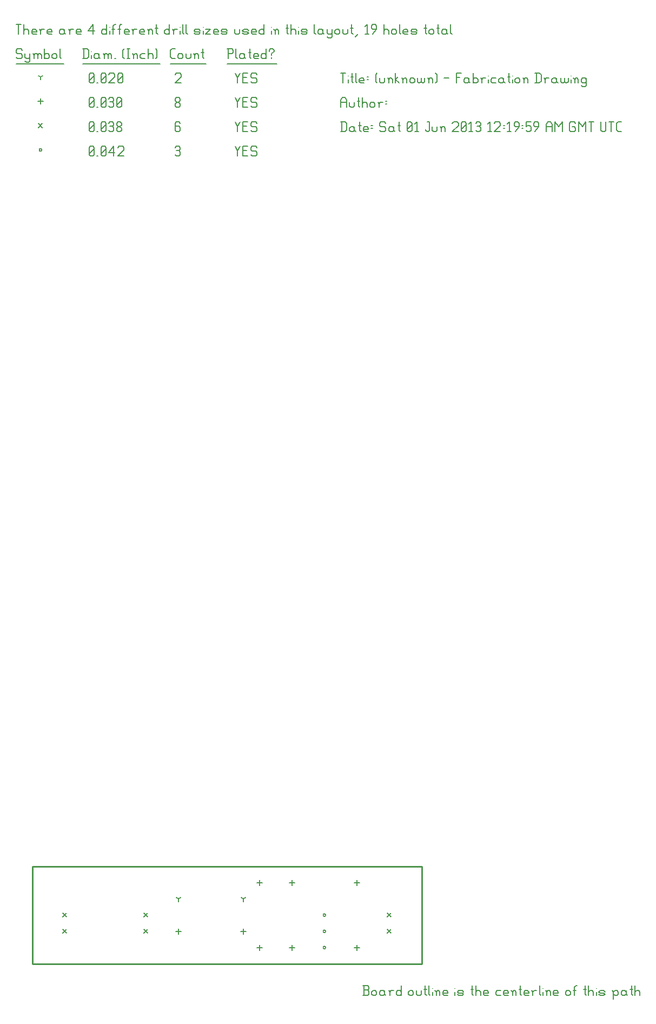
<source format=gbr>
G04 start of page 12 for group -3984 idx -3984 *
G04 Title: (unknown), fab *
G04 Creator: pcb 20110918 *
G04 CreationDate: Sat 01 Jun 2013 12:19:59 AM GMT UTC *
G04 For: commonadmin *
G04 Format: Gerber/RS-274X *
G04 PCB-Dimensions: 600000 500000 *
G04 PCB-Coordinate-Origin: lower left *
%MOIN*%
%FSLAX25Y25*%
%LNFAB*%
%ADD49C,0.0100*%
%ADD48C,0.0075*%
%ADD47C,0.0060*%
%ADD46C,0.0080*%
G54D46*X189200Y20000D02*G75*G03X190800Y20000I800J0D01*G01*
G75*G03X189200Y20000I-800J0D01*G01*
Y30000D02*G75*G03X190800Y30000I800J0D01*G01*
G75*G03X189200Y30000I-800J0D01*G01*
Y40000D02*G75*G03X190800Y40000I800J0D01*G01*
G75*G03X189200Y40000I-800J0D01*G01*
X14200Y511250D02*G75*G03X15800Y511250I800J0D01*G01*
G75*G03X14200Y511250I-800J0D01*G01*
G54D47*X135000Y513500D02*X136500Y510500D01*
X138000Y513500D01*
X136500Y510500D02*Y507500D01*
X139800Y510800D02*X142050D01*
X139800Y507500D02*X142800D01*
X139800Y513500D02*Y507500D01*
Y513500D02*X142800D01*
X147600D02*X148350Y512750D01*
X145350Y513500D02*X147600D01*
X144600Y512750D02*X145350Y513500D01*
X144600Y512750D02*Y511250D01*
X145350Y510500D01*
X147600D01*
X148350Y509750D01*
Y508250D01*
X147600Y507500D02*X148350Y508250D01*
X145350Y507500D02*X147600D01*
X144600Y508250D02*X145350Y507500D01*
X98000Y512750D02*X98750Y513500D01*
X100250D01*
X101000Y512750D01*
X100250Y507500D02*X101000Y508250D01*
X98750Y507500D02*X100250D01*
X98000Y508250D02*X98750Y507500D01*
Y510800D02*X100250D01*
X101000Y512750D02*Y511550D01*
Y510050D02*Y508250D01*
Y510050D02*X100250Y510800D01*
X101000Y511550D02*X100250Y510800D01*
X45000Y508250D02*X45750Y507500D01*
X45000Y512750D02*Y508250D01*
Y512750D02*X45750Y513500D01*
X47250D01*
X48000Y512750D01*
Y508250D01*
X47250Y507500D02*X48000Y508250D01*
X45750Y507500D02*X47250D01*
X45000Y509000D02*X48000Y512000D01*
X49800Y507500D02*X50550D01*
X52350Y508250D02*X53100Y507500D01*
X52350Y512750D02*Y508250D01*
Y512750D02*X53100Y513500D01*
X54600D01*
X55350Y512750D01*
Y508250D01*
X54600Y507500D02*X55350Y508250D01*
X53100Y507500D02*X54600D01*
X52350Y509000D02*X55350Y512000D01*
X57150Y509750D02*X60150Y513500D01*
X57150Y509750D02*X60900D01*
X60150Y513500D02*Y507500D01*
X62700Y512750D02*X63450Y513500D01*
X65700D01*
X66450Y512750D01*
Y511250D01*
X62700Y507500D02*X66450Y511250D01*
X62700Y507500D02*X66450D01*
X78800Y31200D02*X81200Y28800D01*
X78800D02*X81200Y31200D01*
X78800Y41200D02*X81200Y38800D01*
X78800D02*X81200Y41200D01*
X28800Y31200D02*X31200Y28800D01*
X28800D02*X31200Y31200D01*
X28800Y41200D02*X31200Y38800D01*
X28800D02*X31200Y41200D01*
X228800Y31200D02*X231200Y28800D01*
X228800D02*X231200Y31200D01*
X228800Y41200D02*X231200Y38800D01*
X228800D02*X231200Y41200D01*
X13800Y527450D02*X16200Y525050D01*
X13800D02*X16200Y527450D01*
X135000Y528500D02*X136500Y525500D01*
X138000Y528500D01*
X136500Y525500D02*Y522500D01*
X139800Y525800D02*X142050D01*
X139800Y522500D02*X142800D01*
X139800Y528500D02*Y522500D01*
Y528500D02*X142800D01*
X147600D02*X148350Y527750D01*
X145350Y528500D02*X147600D01*
X144600Y527750D02*X145350Y528500D01*
X144600Y527750D02*Y526250D01*
X145350Y525500D01*
X147600D01*
X148350Y524750D01*
Y523250D01*
X147600Y522500D02*X148350Y523250D01*
X145350Y522500D02*X147600D01*
X144600Y523250D02*X145350Y522500D01*
X100250Y528500D02*X101000Y527750D01*
X98750Y528500D02*X100250D01*
X98000Y527750D02*X98750Y528500D01*
X98000Y527750D02*Y523250D01*
X98750Y522500D01*
X100250Y525800D02*X101000Y525050D01*
X98000Y525800D02*X100250D01*
X98750Y522500D02*X100250D01*
X101000Y523250D01*
Y525050D02*Y523250D01*
X45000D02*X45750Y522500D01*
X45000Y527750D02*Y523250D01*
Y527750D02*X45750Y528500D01*
X47250D01*
X48000Y527750D01*
Y523250D01*
X47250Y522500D02*X48000Y523250D01*
X45750Y522500D02*X47250D01*
X45000Y524000D02*X48000Y527000D01*
X49800Y522500D02*X50550D01*
X52350Y523250D02*X53100Y522500D01*
X52350Y527750D02*Y523250D01*
Y527750D02*X53100Y528500D01*
X54600D01*
X55350Y527750D01*
Y523250D01*
X54600Y522500D02*X55350Y523250D01*
X53100Y522500D02*X54600D01*
X52350Y524000D02*X55350Y527000D01*
X57150Y527750D02*X57900Y528500D01*
X59400D01*
X60150Y527750D01*
X59400Y522500D02*X60150Y523250D01*
X57900Y522500D02*X59400D01*
X57150Y523250D02*X57900Y522500D01*
Y525800D02*X59400D01*
X60150Y527750D02*Y526550D01*
Y525050D02*Y523250D01*
Y525050D02*X59400Y525800D01*
X60150Y526550D02*X59400Y525800D01*
X61950Y523250D02*X62700Y522500D01*
X61950Y524450D02*Y523250D01*
Y524450D02*X63000Y525500D01*
X63900D01*
X64950Y524450D01*
Y523250D01*
X64200Y522500D02*X64950Y523250D01*
X62700Y522500D02*X64200D01*
X61950Y526550D02*X63000Y525500D01*
X61950Y527750D02*Y526550D01*
Y527750D02*X62700Y528500D01*
X64200D01*
X64950Y527750D01*
Y526550D01*
X63900Y525500D02*X64950Y526550D01*
X150000Y21600D02*Y18400D01*
X148400Y20000D02*X151600D01*
X150000Y61600D02*Y58400D01*
X148400Y60000D02*X151600D01*
X210000Y21600D02*Y18400D01*
X208400Y20000D02*X211600D01*
X210000Y61600D02*Y58400D01*
X208400Y60000D02*X211600D01*
X170000Y21600D02*Y18400D01*
X168400Y20000D02*X171600D01*
X170000Y61600D02*Y58400D01*
X168400Y60000D02*X171600D01*
X100000Y31600D02*Y28400D01*
X98400Y30000D02*X101600D01*
X140000Y31600D02*Y28400D01*
X138400Y30000D02*X141600D01*
X15000Y542850D02*Y539650D01*
X13400Y541250D02*X16600D01*
X135000Y543500D02*X136500Y540500D01*
X138000Y543500D01*
X136500Y540500D02*Y537500D01*
X139800Y540800D02*X142050D01*
X139800Y537500D02*X142800D01*
X139800Y543500D02*Y537500D01*
Y543500D02*X142800D01*
X147600D02*X148350Y542750D01*
X145350Y543500D02*X147600D01*
X144600Y542750D02*X145350Y543500D01*
X144600Y542750D02*Y541250D01*
X145350Y540500D01*
X147600D01*
X148350Y539750D01*
Y538250D01*
X147600Y537500D02*X148350Y538250D01*
X145350Y537500D02*X147600D01*
X144600Y538250D02*X145350Y537500D01*
X98000Y538250D02*X98750Y537500D01*
X98000Y539450D02*Y538250D01*
Y539450D02*X99050Y540500D01*
X99950D01*
X101000Y539450D01*
Y538250D01*
X100250Y537500D02*X101000Y538250D01*
X98750Y537500D02*X100250D01*
X98000Y541550D02*X99050Y540500D01*
X98000Y542750D02*Y541550D01*
Y542750D02*X98750Y543500D01*
X100250D01*
X101000Y542750D01*
Y541550D01*
X99950Y540500D02*X101000Y541550D01*
X45000Y538250D02*X45750Y537500D01*
X45000Y542750D02*Y538250D01*
Y542750D02*X45750Y543500D01*
X47250D01*
X48000Y542750D01*
Y538250D01*
X47250Y537500D02*X48000Y538250D01*
X45750Y537500D02*X47250D01*
X45000Y539000D02*X48000Y542000D01*
X49800Y537500D02*X50550D01*
X52350Y538250D02*X53100Y537500D01*
X52350Y542750D02*Y538250D01*
Y542750D02*X53100Y543500D01*
X54600D01*
X55350Y542750D01*
Y538250D01*
X54600Y537500D02*X55350Y538250D01*
X53100Y537500D02*X54600D01*
X52350Y539000D02*X55350Y542000D01*
X57150Y542750D02*X57900Y543500D01*
X59400D01*
X60150Y542750D01*
X59400Y537500D02*X60150Y538250D01*
X57900Y537500D02*X59400D01*
X57150Y538250D02*X57900Y537500D01*
Y540800D02*X59400D01*
X60150Y542750D02*Y541550D01*
Y540050D02*Y538250D01*
Y540050D02*X59400Y540800D01*
X60150Y541550D02*X59400Y540800D01*
X61950Y538250D02*X62700Y537500D01*
X61950Y542750D02*Y538250D01*
Y542750D02*X62700Y543500D01*
X64200D01*
X64950Y542750D01*
Y538250D01*
X64200Y537500D02*X64950Y538250D01*
X62700Y537500D02*X64200D01*
X61950Y539000D02*X64950Y542000D01*
X140000Y50000D02*Y48400D01*
Y50000D02*X141387Y50800D01*
X140000Y50000D02*X138613Y50800D01*
X100000Y50000D02*Y48400D01*
Y50000D02*X101387Y50800D01*
X100000Y50000D02*X98613Y50800D01*
X15000Y556250D02*Y554650D01*
Y556250D02*X16387Y557050D01*
X15000Y556250D02*X13613Y557050D01*
X135000Y558500D02*X136500Y555500D01*
X138000Y558500D01*
X136500Y555500D02*Y552500D01*
X139800Y555800D02*X142050D01*
X139800Y552500D02*X142800D01*
X139800Y558500D02*Y552500D01*
Y558500D02*X142800D01*
X147600D02*X148350Y557750D01*
X145350Y558500D02*X147600D01*
X144600Y557750D02*X145350Y558500D01*
X144600Y557750D02*Y556250D01*
X145350Y555500D01*
X147600D01*
X148350Y554750D01*
Y553250D01*
X147600Y552500D02*X148350Y553250D01*
X145350Y552500D02*X147600D01*
X144600Y553250D02*X145350Y552500D01*
X98000Y557750D02*X98750Y558500D01*
X101000D01*
X101750Y557750D01*
Y556250D01*
X98000Y552500D02*X101750Y556250D01*
X98000Y552500D02*X101750D01*
X45000Y553250D02*X45750Y552500D01*
X45000Y557750D02*Y553250D01*
Y557750D02*X45750Y558500D01*
X47250D01*
X48000Y557750D01*
Y553250D01*
X47250Y552500D02*X48000Y553250D01*
X45750Y552500D02*X47250D01*
X45000Y554000D02*X48000Y557000D01*
X49800Y552500D02*X50550D01*
X52350Y553250D02*X53100Y552500D01*
X52350Y557750D02*Y553250D01*
Y557750D02*X53100Y558500D01*
X54600D01*
X55350Y557750D01*
Y553250D01*
X54600Y552500D02*X55350Y553250D01*
X53100Y552500D02*X54600D01*
X52350Y554000D02*X55350Y557000D01*
X57150Y557750D02*X57900Y558500D01*
X60150D01*
X60900Y557750D01*
Y556250D01*
X57150Y552500D02*X60900Y556250D01*
X57150Y552500D02*X60900D01*
X62700Y553250D02*X63450Y552500D01*
X62700Y557750D02*Y553250D01*
Y557750D02*X63450Y558500D01*
X64950D01*
X65700Y557750D01*
Y553250D01*
X64950Y552500D02*X65700Y553250D01*
X63450Y552500D02*X64950D01*
X62700Y554000D02*X65700Y557000D01*
X3000Y573500D02*X3750Y572750D01*
X750Y573500D02*X3000D01*
X0Y572750D02*X750Y573500D01*
X0Y572750D02*Y571250D01*
X750Y570500D01*
X3000D01*
X3750Y569750D01*
Y568250D01*
X3000Y567500D02*X3750Y568250D01*
X750Y567500D02*X3000D01*
X0Y568250D02*X750Y567500D01*
X5550Y570500D02*Y568250D01*
X6300Y567500D01*
X8550Y570500D02*Y566000D01*
X7800Y565250D02*X8550Y566000D01*
X6300Y565250D02*X7800D01*
X5550Y566000D02*X6300Y565250D01*
Y567500D02*X7800D01*
X8550Y568250D01*
X11100Y569750D02*Y567500D01*
Y569750D02*X11850Y570500D01*
X12600D01*
X13350Y569750D01*
Y567500D01*
Y569750D02*X14100Y570500D01*
X14850D01*
X15600Y569750D01*
Y567500D01*
X10350Y570500D02*X11100Y569750D01*
X17400Y573500D02*Y567500D01*
Y568250D02*X18150Y567500D01*
X19650D01*
X20400Y568250D01*
Y569750D02*Y568250D01*
X19650Y570500D02*X20400Y569750D01*
X18150Y570500D02*X19650D01*
X17400Y569750D02*X18150Y570500D01*
X22200Y569750D02*Y568250D01*
Y569750D02*X22950Y570500D01*
X24450D01*
X25200Y569750D01*
Y568250D01*
X24450Y567500D02*X25200Y568250D01*
X22950Y567500D02*X24450D01*
X22200Y568250D02*X22950Y567500D01*
X27000Y573500D02*Y568250D01*
X27750Y567500D01*
X0Y564250D02*X29250D01*
X41750Y573500D02*Y567500D01*
X43700Y573500D02*X44750Y572450D01*
Y568550D01*
X43700Y567500D02*X44750Y568550D01*
X41000Y567500D02*X43700D01*
X41000Y573500D02*X43700D01*
G54D48*X46550Y572000D02*Y571850D01*
G54D47*Y569750D02*Y567500D01*
X50300Y570500D02*X51050Y569750D01*
X48800Y570500D02*X50300D01*
X48050Y569750D02*X48800Y570500D01*
X48050Y569750D02*Y568250D01*
X48800Y567500D01*
X51050Y570500D02*Y568250D01*
X51800Y567500D01*
X48800D02*X50300D01*
X51050Y568250D01*
X54350Y569750D02*Y567500D01*
Y569750D02*X55100Y570500D01*
X55850D01*
X56600Y569750D01*
Y567500D01*
Y569750D02*X57350Y570500D01*
X58100D01*
X58850Y569750D01*
Y567500D01*
X53600Y570500D02*X54350Y569750D01*
X60650Y567500D02*X61400D01*
X65900Y568250D02*X66650Y567500D01*
X65900Y572750D02*X66650Y573500D01*
X65900Y572750D02*Y568250D01*
X68450Y573500D02*X69950D01*
X69200D02*Y567500D01*
X68450D02*X69950D01*
X72500Y569750D02*Y567500D01*
Y569750D02*X73250Y570500D01*
X74000D01*
X74750Y569750D01*
Y567500D01*
X71750Y570500D02*X72500Y569750D01*
X77300Y570500D02*X79550D01*
X76550Y569750D02*X77300Y570500D01*
X76550Y569750D02*Y568250D01*
X77300Y567500D01*
X79550D01*
X81350Y573500D02*Y567500D01*
Y569750D02*X82100Y570500D01*
X83600D01*
X84350Y569750D01*
Y567500D01*
X86150Y573500D02*X86900Y572750D01*
Y568250D01*
X86150Y567500D02*X86900Y568250D01*
X41000Y564250D02*X88700D01*
X96050Y567500D02*X98000D01*
X95000Y568550D02*X96050Y567500D01*
X95000Y572450D02*Y568550D01*
Y572450D02*X96050Y573500D01*
X98000D01*
X99800Y569750D02*Y568250D01*
Y569750D02*X100550Y570500D01*
X102050D01*
X102800Y569750D01*
Y568250D01*
X102050Y567500D02*X102800Y568250D01*
X100550Y567500D02*X102050D01*
X99800Y568250D02*X100550Y567500D01*
X104600Y570500D02*Y568250D01*
X105350Y567500D01*
X106850D01*
X107600Y568250D01*
Y570500D02*Y568250D01*
X110150Y569750D02*Y567500D01*
Y569750D02*X110900Y570500D01*
X111650D01*
X112400Y569750D01*
Y567500D01*
X109400Y570500D02*X110150Y569750D01*
X114950Y573500D02*Y568250D01*
X115700Y567500D01*
X114200Y571250D02*X115700D01*
X95000Y564250D02*X117200D01*
X130750Y573500D02*Y567500D01*
X130000Y573500D02*X133000D01*
X133750Y572750D01*
Y571250D01*
X133000Y570500D02*X133750Y571250D01*
X130750Y570500D02*X133000D01*
X135550Y573500D02*Y568250D01*
X136300Y567500D01*
X140050Y570500D02*X140800Y569750D01*
X138550Y570500D02*X140050D01*
X137800Y569750D02*X138550Y570500D01*
X137800Y569750D02*Y568250D01*
X138550Y567500D01*
X140800Y570500D02*Y568250D01*
X141550Y567500D01*
X138550D02*X140050D01*
X140800Y568250D01*
X144100Y573500D02*Y568250D01*
X144850Y567500D01*
X143350Y571250D02*X144850D01*
X147100Y567500D02*X149350D01*
X146350Y568250D02*X147100Y567500D01*
X146350Y569750D02*Y568250D01*
Y569750D02*X147100Y570500D01*
X148600D01*
X149350Y569750D01*
X146350Y569000D02*X149350D01*
Y569750D02*Y569000D01*
X154150Y573500D02*Y567500D01*
X153400D02*X154150Y568250D01*
X151900Y567500D02*X153400D01*
X151150Y568250D02*X151900Y567500D01*
X151150Y569750D02*Y568250D01*
Y569750D02*X151900Y570500D01*
X153400D01*
X154150Y569750D01*
X157450Y570500D02*Y569750D01*
Y568250D02*Y567500D01*
X155950Y572750D02*Y572000D01*
Y572750D02*X156700Y573500D01*
X158200D01*
X158950Y572750D01*
Y572000D01*
X157450Y570500D02*X158950Y572000D01*
X130000Y564250D02*X160750D01*
X0Y588500D02*X3000D01*
X1500D02*Y582500D01*
X4800Y588500D02*Y582500D01*
Y584750D02*X5550Y585500D01*
X7050D01*
X7800Y584750D01*
Y582500D01*
X10350D02*X12600D01*
X9600Y583250D02*X10350Y582500D01*
X9600Y584750D02*Y583250D01*
Y584750D02*X10350Y585500D01*
X11850D01*
X12600Y584750D01*
X9600Y584000D02*X12600D01*
Y584750D02*Y584000D01*
X15150Y584750D02*Y582500D01*
Y584750D02*X15900Y585500D01*
X17400D01*
X14400D02*X15150Y584750D01*
X19950Y582500D02*X22200D01*
X19200Y583250D02*X19950Y582500D01*
X19200Y584750D02*Y583250D01*
Y584750D02*X19950Y585500D01*
X21450D01*
X22200Y584750D01*
X19200Y584000D02*X22200D01*
Y584750D02*Y584000D01*
X28950Y585500D02*X29700Y584750D01*
X27450Y585500D02*X28950D01*
X26700Y584750D02*X27450Y585500D01*
X26700Y584750D02*Y583250D01*
X27450Y582500D01*
X29700Y585500D02*Y583250D01*
X30450Y582500D01*
X27450D02*X28950D01*
X29700Y583250D01*
X33000Y584750D02*Y582500D01*
Y584750D02*X33750Y585500D01*
X35250D01*
X32250D02*X33000Y584750D01*
X37800Y582500D02*X40050D01*
X37050Y583250D02*X37800Y582500D01*
X37050Y584750D02*Y583250D01*
Y584750D02*X37800Y585500D01*
X39300D01*
X40050Y584750D01*
X37050Y584000D02*X40050D01*
Y584750D02*Y584000D01*
X44550Y584750D02*X47550Y588500D01*
X44550Y584750D02*X48300D01*
X47550Y588500D02*Y582500D01*
X55800Y588500D02*Y582500D01*
X55050D02*X55800Y583250D01*
X53550Y582500D02*X55050D01*
X52800Y583250D02*X53550Y582500D01*
X52800Y584750D02*Y583250D01*
Y584750D02*X53550Y585500D01*
X55050D01*
X55800Y584750D01*
G54D48*X57600Y587000D02*Y586850D01*
G54D47*Y584750D02*Y582500D01*
X59850Y587750D02*Y582500D01*
Y587750D02*X60600Y588500D01*
X61350D01*
X59100Y585500D02*X60600D01*
X63600Y587750D02*Y582500D01*
Y587750D02*X64350Y588500D01*
X65100D01*
X62850Y585500D02*X64350D01*
X67350Y582500D02*X69600D01*
X66600Y583250D02*X67350Y582500D01*
X66600Y584750D02*Y583250D01*
Y584750D02*X67350Y585500D01*
X68850D01*
X69600Y584750D01*
X66600Y584000D02*X69600D01*
Y584750D02*Y584000D01*
X72150Y584750D02*Y582500D01*
Y584750D02*X72900Y585500D01*
X74400D01*
X71400D02*X72150Y584750D01*
X76950Y582500D02*X79200D01*
X76200Y583250D02*X76950Y582500D01*
X76200Y584750D02*Y583250D01*
Y584750D02*X76950Y585500D01*
X78450D01*
X79200Y584750D01*
X76200Y584000D02*X79200D01*
Y584750D02*Y584000D01*
X81750Y584750D02*Y582500D01*
Y584750D02*X82500Y585500D01*
X83250D01*
X84000Y584750D01*
Y582500D01*
X81000Y585500D02*X81750Y584750D01*
X86550Y588500D02*Y583250D01*
X87300Y582500D01*
X85800Y586250D02*X87300D01*
X94500Y588500D02*Y582500D01*
X93750D02*X94500Y583250D01*
X92250Y582500D02*X93750D01*
X91500Y583250D02*X92250Y582500D01*
X91500Y584750D02*Y583250D01*
Y584750D02*X92250Y585500D01*
X93750D01*
X94500Y584750D01*
X97050D02*Y582500D01*
Y584750D02*X97800Y585500D01*
X99300D01*
X96300D02*X97050Y584750D01*
G54D48*X101100Y587000D02*Y586850D01*
G54D47*Y584750D02*Y582500D01*
X102600Y588500D02*Y583250D01*
X103350Y582500D01*
X104850Y588500D02*Y583250D01*
X105600Y582500D01*
X110550D02*X112800D01*
X113550Y583250D01*
X112800Y584000D02*X113550Y583250D01*
X110550Y584000D02*X112800D01*
X109800Y584750D02*X110550Y584000D01*
X109800Y584750D02*X110550Y585500D01*
X112800D01*
X113550Y584750D01*
X109800Y583250D02*X110550Y582500D01*
G54D48*X115350Y587000D02*Y586850D01*
G54D47*Y584750D02*Y582500D01*
X116850Y585500D02*X119850D01*
X116850Y582500D02*X119850Y585500D01*
X116850Y582500D02*X119850D01*
X122400D02*X124650D01*
X121650Y583250D02*X122400Y582500D01*
X121650Y584750D02*Y583250D01*
Y584750D02*X122400Y585500D01*
X123900D01*
X124650Y584750D01*
X121650Y584000D02*X124650D01*
Y584750D02*Y584000D01*
X127200Y582500D02*X129450D01*
X130200Y583250D01*
X129450Y584000D02*X130200Y583250D01*
X127200Y584000D02*X129450D01*
X126450Y584750D02*X127200Y584000D01*
X126450Y584750D02*X127200Y585500D01*
X129450D01*
X130200Y584750D01*
X126450Y583250D02*X127200Y582500D01*
X134700Y585500D02*Y583250D01*
X135450Y582500D01*
X136950D01*
X137700Y583250D01*
Y585500D02*Y583250D01*
X140250Y582500D02*X142500D01*
X143250Y583250D01*
X142500Y584000D02*X143250Y583250D01*
X140250Y584000D02*X142500D01*
X139500Y584750D02*X140250Y584000D01*
X139500Y584750D02*X140250Y585500D01*
X142500D01*
X143250Y584750D01*
X139500Y583250D02*X140250Y582500D01*
X145800D02*X148050D01*
X145050Y583250D02*X145800Y582500D01*
X145050Y584750D02*Y583250D01*
Y584750D02*X145800Y585500D01*
X147300D01*
X148050Y584750D01*
X145050Y584000D02*X148050D01*
Y584750D02*Y584000D01*
X152850Y588500D02*Y582500D01*
X152100D02*X152850Y583250D01*
X150600Y582500D02*X152100D01*
X149850Y583250D02*X150600Y582500D01*
X149850Y584750D02*Y583250D01*
Y584750D02*X150600Y585500D01*
X152100D01*
X152850Y584750D01*
G54D48*X157350Y587000D02*Y586850D01*
G54D47*Y584750D02*Y582500D01*
X159600Y584750D02*Y582500D01*
Y584750D02*X160350Y585500D01*
X161100D01*
X161850Y584750D01*
Y582500D01*
X158850Y585500D02*X159600Y584750D01*
X167100Y588500D02*Y583250D01*
X167850Y582500D01*
X166350Y586250D02*X167850D01*
X169350Y588500D02*Y582500D01*
Y584750D02*X170100Y585500D01*
X171600D01*
X172350Y584750D01*
Y582500D01*
G54D48*X174150Y587000D02*Y586850D01*
G54D47*Y584750D02*Y582500D01*
X176400D02*X178650D01*
X179400Y583250D01*
X178650Y584000D02*X179400Y583250D01*
X176400Y584000D02*X178650D01*
X175650Y584750D02*X176400Y584000D01*
X175650Y584750D02*X176400Y585500D01*
X178650D01*
X179400Y584750D01*
X175650Y583250D02*X176400Y582500D01*
X183900Y588500D02*Y583250D01*
X184650Y582500D01*
X188400Y585500D02*X189150Y584750D01*
X186900Y585500D02*X188400D01*
X186150Y584750D02*X186900Y585500D01*
X186150Y584750D02*Y583250D01*
X186900Y582500D01*
X189150Y585500D02*Y583250D01*
X189900Y582500D01*
X186900D02*X188400D01*
X189150Y583250D01*
X191700Y585500D02*Y583250D01*
X192450Y582500D01*
X194700Y585500D02*Y581000D01*
X193950Y580250D02*X194700Y581000D01*
X192450Y580250D02*X193950D01*
X191700Y581000D02*X192450Y580250D01*
Y582500D02*X193950D01*
X194700Y583250D01*
X196500Y584750D02*Y583250D01*
Y584750D02*X197250Y585500D01*
X198750D01*
X199500Y584750D01*
Y583250D01*
X198750Y582500D02*X199500Y583250D01*
X197250Y582500D02*X198750D01*
X196500Y583250D02*X197250Y582500D01*
X201300Y585500D02*Y583250D01*
X202050Y582500D01*
X203550D01*
X204300Y583250D01*
Y585500D02*Y583250D01*
X206850Y588500D02*Y583250D01*
X207600Y582500D01*
X206100Y586250D02*X207600D01*
X209100Y581000D02*X210600Y582500D01*
X215100Y587300D02*X216300Y588500D01*
Y582500D01*
X215100D02*X217350D01*
X219900D02*X222150Y585500D01*
Y587750D02*Y585500D01*
X221400Y588500D02*X222150Y587750D01*
X219900Y588500D02*X221400D01*
X219150Y587750D02*X219900Y588500D01*
X219150Y587750D02*Y586250D01*
X219900Y585500D01*
X222150D01*
X226650Y588500D02*Y582500D01*
Y584750D02*X227400Y585500D01*
X228900D01*
X229650Y584750D01*
Y582500D01*
X231450Y584750D02*Y583250D01*
Y584750D02*X232200Y585500D01*
X233700D01*
X234450Y584750D01*
Y583250D01*
X233700Y582500D02*X234450Y583250D01*
X232200Y582500D02*X233700D01*
X231450Y583250D02*X232200Y582500D01*
X236250Y588500D02*Y583250D01*
X237000Y582500D01*
X239250D02*X241500D01*
X238500Y583250D02*X239250Y582500D01*
X238500Y584750D02*Y583250D01*
Y584750D02*X239250Y585500D01*
X240750D01*
X241500Y584750D01*
X238500Y584000D02*X241500D01*
Y584750D02*Y584000D01*
X244050Y582500D02*X246300D01*
X247050Y583250D01*
X246300Y584000D02*X247050Y583250D01*
X244050Y584000D02*X246300D01*
X243300Y584750D02*X244050Y584000D01*
X243300Y584750D02*X244050Y585500D01*
X246300D01*
X247050Y584750D01*
X243300Y583250D02*X244050Y582500D01*
X252300Y588500D02*Y583250D01*
X253050Y582500D01*
X251550Y586250D02*X253050D01*
X254550Y584750D02*Y583250D01*
Y584750D02*X255300Y585500D01*
X256800D01*
X257550Y584750D01*
Y583250D01*
X256800Y582500D02*X257550Y583250D01*
X255300Y582500D02*X256800D01*
X254550Y583250D02*X255300Y582500D01*
X260100Y588500D02*Y583250D01*
X260850Y582500D01*
X259350Y586250D02*X260850D01*
X264600Y585500D02*X265350Y584750D01*
X263100Y585500D02*X264600D01*
X262350Y584750D02*X263100Y585500D01*
X262350Y584750D02*Y583250D01*
X263100Y582500D01*
X265350Y585500D02*Y583250D01*
X266100Y582500D01*
X263100D02*X264600D01*
X265350Y583250D01*
X267900Y588500D02*Y583250D01*
X268650Y582500D01*
G54D49*X250000Y10000D02*Y70000D01*
X10000D02*Y10000D01*
X250000D01*
Y70000D02*X10000D01*
G54D47*X213675Y-9500D02*X216675D01*
X217425Y-8750D01*
Y-6950D02*Y-8750D01*
X216675Y-6200D02*X217425Y-6950D01*
X214425Y-6200D02*X216675D01*
X214425Y-3500D02*Y-9500D01*
X213675Y-3500D02*X216675D01*
X217425Y-4250D01*
Y-5450D01*
X216675Y-6200D02*X217425Y-5450D01*
X219225Y-7250D02*Y-8750D01*
Y-7250D02*X219975Y-6500D01*
X221475D01*
X222225Y-7250D01*
Y-8750D01*
X221475Y-9500D02*X222225Y-8750D01*
X219975Y-9500D02*X221475D01*
X219225Y-8750D02*X219975Y-9500D01*
X226275Y-6500D02*X227025Y-7250D01*
X224775Y-6500D02*X226275D01*
X224025Y-7250D02*X224775Y-6500D01*
X224025Y-7250D02*Y-8750D01*
X224775Y-9500D01*
X227025Y-6500D02*Y-8750D01*
X227775Y-9500D01*
X224775D02*X226275D01*
X227025Y-8750D01*
X230325Y-7250D02*Y-9500D01*
Y-7250D02*X231075Y-6500D01*
X232575D01*
X229575D02*X230325Y-7250D01*
X237375Y-3500D02*Y-9500D01*
X236625D02*X237375Y-8750D01*
X235125Y-9500D02*X236625D01*
X234375Y-8750D02*X235125Y-9500D01*
X234375Y-7250D02*Y-8750D01*
Y-7250D02*X235125Y-6500D01*
X236625D01*
X237375Y-7250D01*
X241875D02*Y-8750D01*
Y-7250D02*X242625Y-6500D01*
X244125D01*
X244875Y-7250D01*
Y-8750D01*
X244125Y-9500D02*X244875Y-8750D01*
X242625Y-9500D02*X244125D01*
X241875Y-8750D02*X242625Y-9500D01*
X246675Y-6500D02*Y-8750D01*
X247425Y-9500D01*
X248925D01*
X249675Y-8750D01*
Y-6500D02*Y-8750D01*
X252225Y-3500D02*Y-8750D01*
X252975Y-9500D01*
X251475Y-5750D02*X252975D01*
X254475Y-3500D02*Y-8750D01*
X255225Y-9500D01*
G54D48*X256725Y-5000D02*Y-5150D01*
G54D47*Y-7250D02*Y-9500D01*
X258975Y-7250D02*Y-9500D01*
Y-7250D02*X259725Y-6500D01*
X260475D01*
X261225Y-7250D01*
Y-9500D01*
X258225Y-6500D02*X258975Y-7250D01*
X263775Y-9500D02*X266025D01*
X263025Y-8750D02*X263775Y-9500D01*
X263025Y-7250D02*Y-8750D01*
Y-7250D02*X263775Y-6500D01*
X265275D01*
X266025Y-7250D01*
X263025Y-8000D02*X266025D01*
Y-7250D02*Y-8000D01*
G54D48*X270525Y-5000D02*Y-5150D01*
G54D47*Y-7250D02*Y-9500D01*
X272775D02*X275025D01*
X275775Y-8750D01*
X275025Y-8000D02*X275775Y-8750D01*
X272775Y-8000D02*X275025D01*
X272025Y-7250D02*X272775Y-8000D01*
X272025Y-7250D02*X272775Y-6500D01*
X275025D01*
X275775Y-7250D01*
X272025Y-8750D02*X272775Y-9500D01*
X281025Y-3500D02*Y-8750D01*
X281775Y-9500D01*
X280275Y-5750D02*X281775D01*
X283275Y-3500D02*Y-9500D01*
Y-7250D02*X284025Y-6500D01*
X285525D01*
X286275Y-7250D01*
Y-9500D01*
X288825D02*X291075D01*
X288075Y-8750D02*X288825Y-9500D01*
X288075Y-7250D02*Y-8750D01*
Y-7250D02*X288825Y-6500D01*
X290325D01*
X291075Y-7250D01*
X288075Y-8000D02*X291075D01*
Y-7250D02*Y-8000D01*
X296325Y-6500D02*X298575D01*
X295575Y-7250D02*X296325Y-6500D01*
X295575Y-7250D02*Y-8750D01*
X296325Y-9500D01*
X298575D01*
X301125D02*X303375D01*
X300375Y-8750D02*X301125Y-9500D01*
X300375Y-7250D02*Y-8750D01*
Y-7250D02*X301125Y-6500D01*
X302625D01*
X303375Y-7250D01*
X300375Y-8000D02*X303375D01*
Y-7250D02*Y-8000D01*
X305925Y-7250D02*Y-9500D01*
Y-7250D02*X306675Y-6500D01*
X307425D01*
X308175Y-7250D01*
Y-9500D01*
X305175Y-6500D02*X305925Y-7250D01*
X310725Y-3500D02*Y-8750D01*
X311475Y-9500D01*
X309975Y-5750D02*X311475D01*
X313725Y-9500D02*X315975D01*
X312975Y-8750D02*X313725Y-9500D01*
X312975Y-7250D02*Y-8750D01*
Y-7250D02*X313725Y-6500D01*
X315225D01*
X315975Y-7250D01*
X312975Y-8000D02*X315975D01*
Y-7250D02*Y-8000D01*
X318525Y-7250D02*Y-9500D01*
Y-7250D02*X319275Y-6500D01*
X320775D01*
X317775D02*X318525Y-7250D01*
X322575Y-3500D02*Y-8750D01*
X323325Y-9500D01*
G54D48*X324825Y-5000D02*Y-5150D01*
G54D47*Y-7250D02*Y-9500D01*
X327075Y-7250D02*Y-9500D01*
Y-7250D02*X327825Y-6500D01*
X328575D01*
X329325Y-7250D01*
Y-9500D01*
X326325Y-6500D02*X327075Y-7250D01*
X331875Y-9500D02*X334125D01*
X331125Y-8750D02*X331875Y-9500D01*
X331125Y-7250D02*Y-8750D01*
Y-7250D02*X331875Y-6500D01*
X333375D01*
X334125Y-7250D01*
X331125Y-8000D02*X334125D01*
Y-7250D02*Y-8000D01*
X338625Y-7250D02*Y-8750D01*
Y-7250D02*X339375Y-6500D01*
X340875D01*
X341625Y-7250D01*
Y-8750D01*
X340875Y-9500D02*X341625Y-8750D01*
X339375Y-9500D02*X340875D01*
X338625Y-8750D02*X339375Y-9500D01*
X344175Y-4250D02*Y-9500D01*
Y-4250D02*X344925Y-3500D01*
X345675D01*
X343425Y-6500D02*X344925D01*
X350625Y-3500D02*Y-8750D01*
X351375Y-9500D01*
X349875Y-5750D02*X351375D01*
X352875Y-3500D02*Y-9500D01*
Y-7250D02*X353625Y-6500D01*
X355125D01*
X355875Y-7250D01*
Y-9500D01*
G54D48*X357675Y-5000D02*Y-5150D01*
G54D47*Y-7250D02*Y-9500D01*
X359925D02*X362175D01*
X362925Y-8750D01*
X362175Y-8000D02*X362925Y-8750D01*
X359925Y-8000D02*X362175D01*
X359175Y-7250D02*X359925Y-8000D01*
X359175Y-7250D02*X359925Y-6500D01*
X362175D01*
X362925Y-7250D01*
X359175Y-8750D02*X359925Y-9500D01*
X368175Y-7250D02*Y-11750D01*
X367425Y-6500D02*X368175Y-7250D01*
X368925Y-6500D01*
X370425D01*
X371175Y-7250D01*
Y-8750D01*
X370425Y-9500D02*X371175Y-8750D01*
X368925Y-9500D02*X370425D01*
X368175Y-8750D02*X368925Y-9500D01*
X375225Y-6500D02*X375975Y-7250D01*
X373725Y-6500D02*X375225D01*
X372975Y-7250D02*X373725Y-6500D01*
X372975Y-7250D02*Y-8750D01*
X373725Y-9500D01*
X375975Y-6500D02*Y-8750D01*
X376725Y-9500D01*
X373725D02*X375225D01*
X375975Y-8750D01*
X379275Y-3500D02*Y-8750D01*
X380025Y-9500D01*
X378525Y-5750D02*X380025D01*
X381525Y-3500D02*Y-9500D01*
Y-7250D02*X382275Y-6500D01*
X383775D01*
X384525Y-7250D01*
Y-9500D01*
X200750Y528500D02*Y522500D01*
X202700Y528500D02*X203750Y527450D01*
Y523550D01*
X202700Y522500D02*X203750Y523550D01*
X200000Y522500D02*X202700D01*
X200000Y528500D02*X202700D01*
X207800Y525500D02*X208550Y524750D01*
X206300Y525500D02*X207800D01*
X205550Y524750D02*X206300Y525500D01*
X205550Y524750D02*Y523250D01*
X206300Y522500D01*
X208550Y525500D02*Y523250D01*
X209300Y522500D01*
X206300D02*X207800D01*
X208550Y523250D01*
X211850Y528500D02*Y523250D01*
X212600Y522500D01*
X211100Y526250D02*X212600D01*
X214850Y522500D02*X217100D01*
X214100Y523250D02*X214850Y522500D01*
X214100Y524750D02*Y523250D01*
Y524750D02*X214850Y525500D01*
X216350D01*
X217100Y524750D01*
X214100Y524000D02*X217100D01*
Y524750D02*Y524000D01*
X218900Y526250D02*X219650D01*
X218900Y524750D02*X219650D01*
X227150Y528500D02*X227900Y527750D01*
X224900Y528500D02*X227150D01*
X224150Y527750D02*X224900Y528500D01*
X224150Y527750D02*Y526250D01*
X224900Y525500D01*
X227150D01*
X227900Y524750D01*
Y523250D01*
X227150Y522500D02*X227900Y523250D01*
X224900Y522500D02*X227150D01*
X224150Y523250D02*X224900Y522500D01*
X231950Y525500D02*X232700Y524750D01*
X230450Y525500D02*X231950D01*
X229700Y524750D02*X230450Y525500D01*
X229700Y524750D02*Y523250D01*
X230450Y522500D01*
X232700Y525500D02*Y523250D01*
X233450Y522500D01*
X230450D02*X231950D01*
X232700Y523250D01*
X236000Y528500D02*Y523250D01*
X236750Y522500D01*
X235250Y526250D02*X236750D01*
X240950Y523250D02*X241700Y522500D01*
X240950Y527750D02*Y523250D01*
Y527750D02*X241700Y528500D01*
X243200D01*
X243950Y527750D01*
Y523250D01*
X243200Y522500D02*X243950Y523250D01*
X241700Y522500D02*X243200D01*
X240950Y524000D02*X243950Y527000D01*
X245750Y527300D02*X246950Y528500D01*
Y522500D01*
X245750D02*X248000D01*
X253550Y528500D02*X254750D01*
Y523250D01*
X254000Y522500D02*X254750Y523250D01*
X253250Y522500D02*X254000D01*
X252500Y523250D02*X253250Y522500D01*
X252500Y524000D02*Y523250D01*
X256550Y525500D02*Y523250D01*
X257300Y522500D01*
X258800D01*
X259550Y523250D01*
Y525500D02*Y523250D01*
X262100Y524750D02*Y522500D01*
Y524750D02*X262850Y525500D01*
X263600D01*
X264350Y524750D01*
Y522500D01*
X261350Y525500D02*X262100Y524750D01*
X268850Y527750D02*X269600Y528500D01*
X271850D01*
X272600Y527750D01*
Y526250D01*
X268850Y522500D02*X272600Y526250D01*
X268850Y522500D02*X272600D01*
X274400Y523250D02*X275150Y522500D01*
X274400Y527750D02*Y523250D01*
Y527750D02*X275150Y528500D01*
X276650D01*
X277400Y527750D01*
Y523250D01*
X276650Y522500D02*X277400Y523250D01*
X275150Y522500D02*X276650D01*
X274400Y524000D02*X277400Y527000D01*
X279200Y527300D02*X280400Y528500D01*
Y522500D01*
X279200D02*X281450D01*
X283250Y527750D02*X284000Y528500D01*
X285500D01*
X286250Y527750D01*
X285500Y522500D02*X286250Y523250D01*
X284000Y522500D02*X285500D01*
X283250Y523250D02*X284000Y522500D01*
Y525800D02*X285500D01*
X286250Y527750D02*Y526550D01*
Y525050D02*Y523250D01*
Y525050D02*X285500Y525800D01*
X286250Y526550D02*X285500Y525800D01*
X290750Y527300D02*X291950Y528500D01*
Y522500D01*
X290750D02*X293000D01*
X294800Y527750D02*X295550Y528500D01*
X297800D01*
X298550Y527750D01*
Y526250D01*
X294800Y522500D02*X298550Y526250D01*
X294800Y522500D02*X298550D01*
X300350Y526250D02*X301100D01*
X300350Y524750D02*X301100D01*
X302900Y527300D02*X304100Y528500D01*
Y522500D01*
X302900D02*X305150D01*
X307700D02*X309950Y525500D01*
Y527750D02*Y525500D01*
X309200Y528500D02*X309950Y527750D01*
X307700Y528500D02*X309200D01*
X306950Y527750D02*X307700Y528500D01*
X306950Y527750D02*Y526250D01*
X307700Y525500D01*
X309950D01*
X311750Y526250D02*X312500D01*
X311750Y524750D02*X312500D01*
X314300Y528500D02*X317300D01*
X314300D02*Y525500D01*
X315050Y526250D01*
X316550D01*
X317300Y525500D01*
Y523250D01*
X316550Y522500D02*X317300Y523250D01*
X315050Y522500D02*X316550D01*
X314300Y523250D02*X315050Y522500D01*
X319850D02*X322100Y525500D01*
Y527750D02*Y525500D01*
X321350Y528500D02*X322100Y527750D01*
X319850Y528500D02*X321350D01*
X319100Y527750D02*X319850Y528500D01*
X319100Y527750D02*Y526250D01*
X319850Y525500D01*
X322100D01*
X326600Y527000D02*Y522500D01*
Y527000D02*X327650Y528500D01*
X329300D01*
X330350Y527000D01*
Y522500D01*
X326600Y525500D02*X330350D01*
X332150Y528500D02*Y522500D01*
Y528500D02*X334400Y525500D01*
X336650Y528500D01*
Y522500D01*
X344150Y528500D02*X344900Y527750D01*
X341900Y528500D02*X344150D01*
X341150Y527750D02*X341900Y528500D01*
X341150Y527750D02*Y523250D01*
X341900Y522500D01*
X344150D01*
X344900Y523250D01*
Y524750D02*Y523250D01*
X344150Y525500D02*X344900Y524750D01*
X342650Y525500D02*X344150D01*
X346700Y528500D02*Y522500D01*
Y528500D02*X348950Y525500D01*
X351200Y528500D01*
Y522500D01*
X353000Y528500D02*X356000D01*
X354500D02*Y522500D01*
X360500Y528500D02*Y523250D01*
X361250Y522500D01*
X362750D01*
X363500Y523250D01*
Y528500D02*Y523250D01*
X365300Y528500D02*X368300D01*
X366800D02*Y522500D01*
X371150D02*X373100D01*
X370100Y523550D02*X371150Y522500D01*
X370100Y527450D02*Y523550D01*
Y527450D02*X371150Y528500D01*
X373100D01*
X200000Y542000D02*Y537500D01*
Y542000D02*X201050Y543500D01*
X202700D01*
X203750Y542000D01*
Y537500D01*
X200000Y540500D02*X203750D01*
X205550D02*Y538250D01*
X206300Y537500D01*
X207800D01*
X208550Y538250D01*
Y540500D02*Y538250D01*
X211100Y543500D02*Y538250D01*
X211850Y537500D01*
X210350Y541250D02*X211850D01*
X213350Y543500D02*Y537500D01*
Y539750D02*X214100Y540500D01*
X215600D01*
X216350Y539750D01*
Y537500D01*
X218150Y539750D02*Y538250D01*
Y539750D02*X218900Y540500D01*
X220400D01*
X221150Y539750D01*
Y538250D01*
X220400Y537500D02*X221150Y538250D01*
X218900Y537500D02*X220400D01*
X218150Y538250D02*X218900Y537500D01*
X223700Y539750D02*Y537500D01*
Y539750D02*X224450Y540500D01*
X225950D01*
X222950D02*X223700Y539750D01*
X227750Y541250D02*X228500D01*
X227750Y539750D02*X228500D01*
X200000Y558500D02*X203000D01*
X201500D02*Y552500D01*
G54D48*X204800Y557000D02*Y556850D01*
G54D47*Y554750D02*Y552500D01*
X207050Y558500D02*Y553250D01*
X207800Y552500D01*
X206300Y556250D02*X207800D01*
X209300Y558500D02*Y553250D01*
X210050Y552500D01*
X212300D02*X214550D01*
X211550Y553250D02*X212300Y552500D01*
X211550Y554750D02*Y553250D01*
Y554750D02*X212300Y555500D01*
X213800D01*
X214550Y554750D01*
X211550Y554000D02*X214550D01*
Y554750D02*Y554000D01*
X216350Y556250D02*X217100D01*
X216350Y554750D02*X217100D01*
X221600Y553250D02*X222350Y552500D01*
X221600Y557750D02*X222350Y558500D01*
X221600Y557750D02*Y553250D01*
X224150Y555500D02*Y553250D01*
X224900Y552500D01*
X226400D01*
X227150Y553250D01*
Y555500D02*Y553250D01*
X229700Y554750D02*Y552500D01*
Y554750D02*X230450Y555500D01*
X231200D01*
X231950Y554750D01*
Y552500D01*
X228950Y555500D02*X229700Y554750D01*
X233750Y558500D02*Y552500D01*
Y554750D02*X236000Y552500D01*
X233750Y554750D02*X235250Y556250D01*
X238550Y554750D02*Y552500D01*
Y554750D02*X239300Y555500D01*
X240050D01*
X240800Y554750D01*
Y552500D01*
X237800Y555500D02*X238550Y554750D01*
X242600D02*Y553250D01*
Y554750D02*X243350Y555500D01*
X244850D01*
X245600Y554750D01*
Y553250D01*
X244850Y552500D02*X245600Y553250D01*
X243350Y552500D02*X244850D01*
X242600Y553250D02*X243350Y552500D01*
X247400Y555500D02*Y553250D01*
X248150Y552500D01*
X248900D01*
X249650Y553250D01*
Y555500D02*Y553250D01*
X250400Y552500D01*
X251150D01*
X251900Y553250D01*
Y555500D02*Y553250D01*
X254450Y554750D02*Y552500D01*
Y554750D02*X255200Y555500D01*
X255950D01*
X256700Y554750D01*
Y552500D01*
X253700Y555500D02*X254450Y554750D01*
X258500Y558500D02*X259250Y557750D01*
Y553250D01*
X258500Y552500D02*X259250Y553250D01*
X263750Y555500D02*X266750D01*
X271250Y558500D02*Y552500D01*
Y558500D02*X274250D01*
X271250Y555800D02*X273500D01*
X278300Y555500D02*X279050Y554750D01*
X276800Y555500D02*X278300D01*
X276050Y554750D02*X276800Y555500D01*
X276050Y554750D02*Y553250D01*
X276800Y552500D01*
X279050Y555500D02*Y553250D01*
X279800Y552500D01*
X276800D02*X278300D01*
X279050Y553250D01*
X281600Y558500D02*Y552500D01*
Y553250D02*X282350Y552500D01*
X283850D01*
X284600Y553250D01*
Y554750D02*Y553250D01*
X283850Y555500D02*X284600Y554750D01*
X282350Y555500D02*X283850D01*
X281600Y554750D02*X282350Y555500D01*
X287150Y554750D02*Y552500D01*
Y554750D02*X287900Y555500D01*
X289400D01*
X286400D02*X287150Y554750D01*
G54D48*X291200Y557000D02*Y556850D01*
G54D47*Y554750D02*Y552500D01*
X293450Y555500D02*X295700D01*
X292700Y554750D02*X293450Y555500D01*
X292700Y554750D02*Y553250D01*
X293450Y552500D01*
X295700D01*
X299750Y555500D02*X300500Y554750D01*
X298250Y555500D02*X299750D01*
X297500Y554750D02*X298250Y555500D01*
X297500Y554750D02*Y553250D01*
X298250Y552500D01*
X300500Y555500D02*Y553250D01*
X301250Y552500D01*
X298250D02*X299750D01*
X300500Y553250D01*
X303800Y558500D02*Y553250D01*
X304550Y552500D01*
X303050Y556250D02*X304550D01*
G54D48*X306050Y557000D02*Y556850D01*
G54D47*Y554750D02*Y552500D01*
X307550Y554750D02*Y553250D01*
Y554750D02*X308300Y555500D01*
X309800D01*
X310550Y554750D01*
Y553250D01*
X309800Y552500D02*X310550Y553250D01*
X308300Y552500D02*X309800D01*
X307550Y553250D02*X308300Y552500D01*
X313100Y554750D02*Y552500D01*
Y554750D02*X313850Y555500D01*
X314600D01*
X315350Y554750D01*
Y552500D01*
X312350Y555500D02*X313100Y554750D01*
X320600Y558500D02*Y552500D01*
X322550Y558500D02*X323600Y557450D01*
Y553550D01*
X322550Y552500D02*X323600Y553550D01*
X319850Y552500D02*X322550D01*
X319850Y558500D02*X322550D01*
X326150Y554750D02*Y552500D01*
Y554750D02*X326900Y555500D01*
X328400D01*
X325400D02*X326150Y554750D01*
X332450Y555500D02*X333200Y554750D01*
X330950Y555500D02*X332450D01*
X330200Y554750D02*X330950Y555500D01*
X330200Y554750D02*Y553250D01*
X330950Y552500D01*
X333200Y555500D02*Y553250D01*
X333950Y552500D01*
X330950D02*X332450D01*
X333200Y553250D01*
X335750Y555500D02*Y553250D01*
X336500Y552500D01*
X337250D01*
X338000Y553250D01*
Y555500D02*Y553250D01*
X338750Y552500D01*
X339500D01*
X340250Y553250D01*
Y555500D02*Y553250D01*
G54D48*X342050Y557000D02*Y556850D01*
G54D47*Y554750D02*Y552500D01*
X344300Y554750D02*Y552500D01*
Y554750D02*X345050Y555500D01*
X345800D01*
X346550Y554750D01*
Y552500D01*
X343550Y555500D02*X344300Y554750D01*
X350600Y555500D02*X351350Y554750D01*
X349100Y555500D02*X350600D01*
X348350Y554750D02*X349100Y555500D01*
X348350Y554750D02*Y553250D01*
X349100Y552500D01*
X350600D01*
X351350Y553250D01*
X348350Y551000D02*X349100Y550250D01*
X350600D01*
X351350Y551000D01*
Y555500D02*Y551000D01*
M02*

</source>
